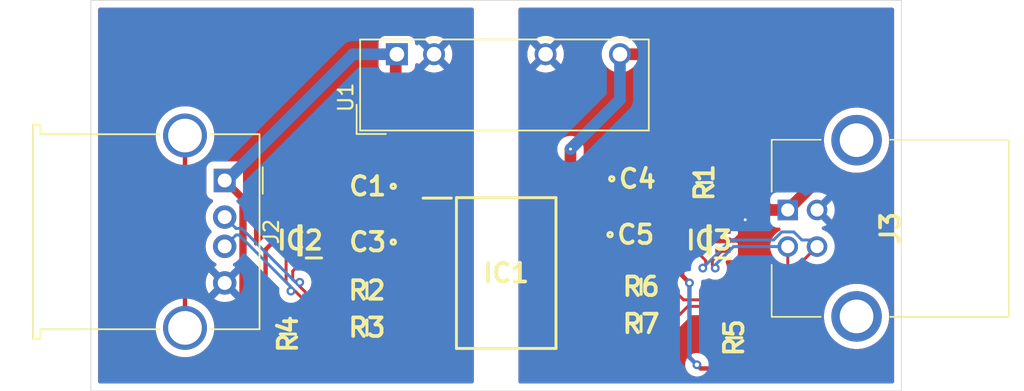
<source format=kicad_pcb>
(kicad_pcb (version 20241229) (generator "pcbnew") (generator_version "9.0")
  (layers (0 "F.Cu" signal) (2 "B.Cu" signal) (13 "F.Paste" user) (15 "B.Paste" user) (5 "F.SilkS" user "F.Silkscreen") (7 "B.SilkS" user "B.Silkscreen") (1 "F.Mask" user) (3 "B.Mask" user) (25 "Edge.Cuts" user))
  (net 0 "")
  (net 1 "VBUS")
  (net 2 "GND")
  (net 3 "Net-(IC1-PDEN)")
  (net 4 "GNDS")
  (net 5 "Net-(IC1-SPD)")
  (net 6 "U_D-")
  (net 7 "U_D+")
  (net 8 "D_D-")
  (net 9 "Net-(IC1-PIN)")
  (net 10 "D_D+")
  (net 11 "VBUS2")
  (net 13 "UD-")
  (net 14 "Net-(IC2-VP)")
  (net 16 "UD+")
  (net 17 "DD-")
  (net 18 "Net-(IC3-VP)")
  (net 20 "DD+")
  (net 22 "unconnected-(J2-Shield-Pad5)")
  (footprint "Converter_DCDC:Converter_DCDC_TRACO_TEA1-xxxxHI_THT" (layer "F.Cu") (at 164.4165 57.2735 90)
    (property "Reference" "U1" (at -2.95 -3.49 90) (layer "F.SilkS"))
    (property "Value" "TEA1-0505HI")
    (fp_line (start -5.45 -2.75) (end -3.45 -2.75) (stroke (width 0.12)) (layer "F.SilkS"))
    (fp_line (start 1.01 -2.51) (end 1.01 17.21) (stroke (width 0.12)) (layer "F.SilkS"))
    (fp_line (start -5.21 -2.51) (end 1.01 -2.51) (stroke (width 0.12)) (layer "F.SilkS"))
    (fp_line (start -5.21 -2.51) (end -5.21 17.21) (stroke (width 0.12)) (layer "F.SilkS"))
    (fp_line (start -5.45 -0.75) (end -5.45 -2.75) (stroke (width 0.12)) (layer "F.SilkS"))
    (fp_line (start -5.21 17.21) (end 1.01 17.21) (stroke (width 0.12)) (layer "F.SilkS"))
    (pad "1" thru_hole rect (at 0 0 90) (size 1.5 1.5) (drill 1) (layers "*.Cu" "*.Mask") (net 1 "VBUS"))
    (pad "2" thru_hole circle (at 0 2.54 90) (size 1.5 1.5) (drill 1) (layers "*.Cu" "*.Mask") (net 2 "GND"))
    (pad "5" thru_hole circle (at 0 10.16 90) (size 1.5 1.5) (drill 1) (layers "*.Cu" "*.Mask") (net 4 "GNDS"))
    (pad "7" thru_hole circle (at 0 15.24 90) (size 1.5 1.5) (drill 1) (layers "*.Cu" "*.Mask") (net 11 "VBUS2"))
  )
  (footprint "SamacSys_Parts:RESC2012X55N" (layer "F.Cu") (at 185.42 66.04 -90)
    (property "Reference" "R1" (at 0 0 90) (layer "F.SilkS") (effects (font (size 1.27 1.27) (thickness 0.254))))
    (property "Value" "10kohm" (hide yes))
    (fp_line (start 0 -0.525) (end 0 0.525) (stroke (width 0.2)) (layer "F.SilkS"))
    (pad "1" smd rect (at -0.95 0 270) (size 0.9 1.45) (layers "F.Cu" "F.Mask" "F.Paste") (net 5 "Net-(IC1-SPD)"))
    (pad "2" smd rect (at 0.95 0 270) (size 0.9 1.45) (layers "F.Cu" "F.Mask" "F.Paste") (net 9 "Net-(IC1-PIN)"))
  )
  (footprint "SamacSys_Parts:C0805" (layer "F.Cu") (at 162.422 70.104 180)
    (property "Reference" "C3" (at 0 0 0) (layer "F.SilkS") (effects (font (size 1.27 1.27) (thickness 0.254))))
    (property "Value" "0.1uF" (hide yes))
    (fp_circle (center -1.75 0) (end -1.75 0.05) (stroke (width 0.2)) (fill no) (layer "F.SilkS"))
    (pad "1" smd rect (at -0.9 0 180) (size 1.15 1.45) (layers "F.Cu" "F.Mask" "F.Paste") (net 3 "Net-(IC1-PDEN)"))
    (pad "2" smd rect (at 0.9 0 180) (size 1.15 1.45) (layers "F.Cu" "F.Mask" "F.Paste") (net 2 "GND"))
  )
  (footprint "SamacSys_Parts:C0805" (layer "F.Cu") (at 180.848 65.786)
    (property "Reference" "C4" (at 0 0 0) (layer "F.SilkS") (effects (font (size 1.27 1.27) (thickness 0.254))))
    (property "Value" "0.1uF" (hide yes))
    (fp_circle (center -1.75 0) (end -1.75 0.05) (stroke (width 0.2)) (fill no) (layer "F.SilkS"))
    (pad "1" smd rect (at -0.9 0) (size 1.15 1.45) (layers "F.Cu" "F.Mask" "F.Paste") (net 4 "GNDS"))
    (pad "2" smd rect (at 0.9 0) (size 1.15 1.45) (layers "F.Cu" "F.Mask" "F.Paste") (net 5 "Net-(IC1-SPD)"))
  )
  (footprint "SamacSys_Parts:RESC2012X60N" (layer "F.Cu") (at 162.372 73.406)
    (property "Reference" "R2" (at 0 0 0) (layer "F.SilkS") (effects (font (size 1.27 1.27) (thickness 0.254))))
    (property "Value" "24" (hide yes))
    (fp_line (start 0 -0.525) (end 0 0.525) (stroke (width 0.2)) (layer "F.SilkS"))
    (pad "1" smd rect (at -0.95 0) (size 0.95 1.4) (layers "F.Cu" "F.Mask" "F.Paste") (net 13 "UD-"))
    (pad "2" smd rect (at 0.95 0) (size 0.95 1.4) (layers "F.Cu" "F.Mask" "F.Paste") (net 6 "U_D-"))
  )
  (footprint "SamacSys_Parts:SOT65P210X110-6N" (layer "F.Cu") (at 157.8 69.992 180)
    (property "Reference" "IC2" (at 0 0 180) (layer "F.SilkS") (effects (font (size 1.27 1.27) (thickness 0.254))))
    (property "Value" "NUP2202W1T2G" (hide yes))
    (fp_line (start 0.075 1) (end -0.075 1) (stroke (width 0.2)) (layer "F.SilkS"))
    (fp_line (start 0.075 -1) (end 0.075 1) (stroke (width 0.2)) (layer "F.SilkS"))
    (fp_line (start -0.075 1) (end -0.075 -1) (stroke (width 0.2)) (layer "F.SilkS"))
    (fp_line (start -0.075 -1) (end 0.075 -1) (stroke (width 0.2)) (layer "F.SilkS"))
    (fp_line (start -1.475 -1.2) (end -0.425 -1.2) (stroke (width 0.2)) (layer "F.SilkS"))
    (pad "1" smd rect (at -0.95 -0.65 270) (size 0.4 1.05) (layers "F.Cu" "F.Mask" "F.Paste") (net 13 "UD-"))
    (pad "2" smd rect (at -0.95 0 270) (size 0.4 1.05) (layers "F.Cu" "F.Mask" "F.Paste") (net 2 "GND"))
    (pad "3" smd rect (at -0.95 0.65 270) (size 0.4 1.05) (layers "F.Cu" "F.Mask" "F.Paste"))
    (pad "4" smd rect (at 0.95 0.65 270) (size 0.4 1.05) (layers "F.Cu" "F.Mask" "F.Paste"))
    (pad "5" smd rect (at 0.95 0 270) (size 0.4 1.05) (layers "F.Cu" "F.Mask" "F.Paste") (net 14 "Net-(IC2-VP)"))
    (pad "6" smd rect (at 0.95 -0.65 270) (size 0.4 1.05) (layers "F.Cu" "F.Mask" "F.Paste") (net 16 "UD+"))
  )
  (footprint "SamacSys_Parts:RESC2012X55N" (layer "F.Cu") (at 187.452 76.642 90)
    (property "Reference" "R5" (at 0 0 90) (layer "F.SilkS") (effects (font (size 1.27 1.27) (thickness 0.254))))
    (property "Value" "10k" (hide yes))
    (fp_line (start 0 -0.525) (end 0 0.525) (stroke (width 0.2)) (layer "F.SilkS"))
    (pad "1" smd rect (at -0.95 0 90) (size 0.9 1.45) (layers "F.Cu" "F.Mask" "F.Paste") (net 18 "Net-(IC3-VP)"))
    (pad "2" smd rect (at 0.95 0 90) (size 0.9 1.45) (layers "F.Cu" "F.Mask" "F.Paste") (net 11 "VBUS2"))
  )
  (footprint "SamacSys_Parts:RESC2012X60N" (layer "F.Cu") (at 181.102 73.152)
    (property "Reference" "R6" (at 0 0 0) (layer "F.SilkS") (effects (font (size 1.27 1.27) (thickness 0.254))))
    (property "Value" "24" (hide yes))
    (fp_line (start 0 -0.525) (end 0 0.525) (stroke (width 0.2)) (layer "F.SilkS"))
    (pad "1" smd rect (at -0.95 0) (size 0.95 1.4) (layers "F.Cu" "F.Mask" "F.Paste") (net 8 "D_D-"))
    (pad "2" smd rect (at 0.95 0) (size 0.95 1.4) (layers "F.Cu" "F.Mask" "F.Paste") (net 17 "DD-"))
  )
  (footprint "SamacSys_Parts:RESC2012X60N" (layer "F.Cu") (at 181.102 75.692)
    (property "Reference" "R7" (at 0 0 0) (layer "F.SilkS") (effects (font (size 1.27 1.27) (thickness 0.254))))
    (property "Value" "24" (hide yes))
    (fp_line (start 0 -0.525) (end 0 0.525) (stroke (width 0.2)) (layer "F.SilkS"))
    (pad "1" smd rect (at -0.95 0) (size 0.95 1.4) (layers "F.Cu" "F.Mask" "F.Paste") (net 10 "D_D+"))
    (pad "2" smd rect (at 0.95 0) (size 0.95 1.4) (layers "F.Cu" "F.Mask" "F.Paste") (net 20 "DD+"))
  )
  (footprint "SamacSys_Parts:RESC2012X55N" (layer "F.Cu") (at 156.972 76.388 -90)
    (property "Reference" "R4" (at 0 0 270) (layer "F.SilkS") (effects (font (size 1.27 1.27) (thickness 0.254))))
    (property "Value" "10k" (hide yes))
    (fp_line (start 0 -0.525) (end 0 0.525) (stroke (width 0.2)) (layer "F.SilkS"))
    (pad "1" smd rect (at -0.95 0 270) (size 0.9 1.45) (layers "F.Cu" "F.Mask" "F.Paste") (net 14 "Net-(IC2-VP)"))
    (pad "2" smd rect (at 0.95 0 270) (size 0.9 1.45) (layers "F.Cu" "F.Mask" "F.Paste") (net 1 "VBUS"))
  )
  (footprint "SamacSys_Parts:RESC2012X60N" (layer "F.Cu") (at 162.372 75.946)
    (property "Reference" "R3" (at 0 0 0) (layer "F.SilkS") (effects (font (size 1.27 1.27) (thickness 0.254))))
    (property "Value" "24" (hide yes))
    (fp_line (start 0 -0.525) (end 0 0.525) (stroke (width 0.2)) (layer "F.SilkS"))
    (pad "1" smd rect (at -0.95 0) (size 0.95 1.4) (layers "F.Cu" "F.Mask" "F.Paste") (net 16 "UD+"))
    (pad "2" smd rect (at 0.95 0) (size 0.95 1.4) (layers "F.Cu" "F.Mask" "F.Paste") (net 7 "U_D+"))
  )
  (footprint "SamacSys_Parts:SOT65P210X110-6N" (layer "F.Cu") (at 185.74 69.992 180)
    (property "Reference" "IC3" (at 0 0 180) (layer "F.SilkS") (effects (font (size 1.27 1.27) (thickness 0.254))))
    (property "Value" "NUP2202W1T2G" (hide yes))
    (fp_line (start 0.075 1) (end -0.075 1) (stroke (width 0.2)) (layer "F.SilkS"))
    (fp_line (start 0.075 -1) (end 0.075 1) (stroke (width 0.2)) (layer "F.SilkS"))
    (fp_line (start -0.075 1) (end -0.075 -1) (stroke (width 0.2)) (layer "F.SilkS"))
    (fp_line (start -0.075 -1) (end 0.075 -1) (stroke (width 0.2)) (layer "F.SilkS"))
    (fp_line (start -1.475 -1.2) (end -0.425 -1.2) (stroke (width 0.2)) (layer "F.SilkS"))
    (pad "1" smd rect (at -0.95 -0.65 270) (size 0.4 1.05) (layers "F.Cu" "F.Mask" "F.Paste") (net 17 "DD-"))
    (pad "2" smd rect (at -0.95 0 270) (size 0.4 1.05) (layers "F.Cu" "F.Mask" "F.Paste") (net 4 "GNDS"))
    (pad "3" smd rect (at -0.95 0.65 270) (size 0.4 1.05) (layers "F.Cu" "F.Mask" "F.Paste"))
    (pad "4" smd rect (at 0.95 0.65 270) (size 0.4 1.05) (layers "F.Cu" "F.Mask" "F.Paste"))
    (pad "5" smd rect (at 0.95 0 270) (size 0.4 1.05) (layers "F.Cu" "F.Mask" "F.Paste") (net 18 "Net-(IC3-VP)"))
    (pad "6" smd rect (at 0.95 -0.65 270) (size 0.4 1.05) (layers "F.Cu" "F.Mask" "F.Paste") (net 20 "DD+"))
  )
  (footprint "SamacSys_Parts:USBBSFBTHR" (layer "F.Cu") (at 191.12 67.914 90)
    (property "Reference" "J3" (at -1.25 7 90) (layer "F.SilkS") (effects (font (size 1.27 1.27) (thickness 0.254))))
    (property "Value" "USB-B-S-F-B-TH-R" (hide yes))
    (fp_line (start 4.8 -1.1) (end 4.8 -1.1) (stroke (width 0.1)) (layer "F.SilkS"))
    (fp_line (start 4.8 -1.1) (end 4.8 -1.1) (stroke (width 0.1)) (layer "F.SilkS"))
    (fp_line (start 4.8 -1.1) (end 1.25 -1.1) (stroke (width 0.1)) (layer "F.SilkS"))
    (fp_line (start 4.8 -1.1) (end 4.8 2.25) (stroke (width 0.1)) (layer "F.SilkS"))
    (fp_line (start 1.25 -1.1) (end 4.8 -1.1) (stroke (width 0.1)) (layer "F.SilkS"))
    (fp_line (start 1.25 -1.1) (end 1.25 -1.1) (stroke (width 0.1)) (layer "F.SilkS"))
    (fp_line (start -3.75 -1.1) (end -3.75 -1.1) (stroke (width 0.1)) (layer "F.SilkS"))
    (fp_line (start -3.75 -1.1) (end -7.3 -1.1) (stroke (width 0.1)) (layer "F.SilkS"))
    (fp_line (start -7.3 -1.1) (end -3.75 -1.1) (stroke (width 0.1)) (layer "F.SilkS"))
    (fp_line (start -7.3 -1.1) (end -7.3 -1.1) (stroke (width 0.1)) (layer "F.SilkS"))
    (fp_line (start -7.3 -1.1) (end -7.3 -1.1) (stroke (width 0.1)) (layer "F.SilkS"))
    (fp_line (start -7.3 -1.1) (end -7.3 2.25) (stroke (width 0.1)) (layer "F.SilkS"))
    (fp_line (start 4.8 2.25) (end 4.8 -1.1) (stroke (width 0.1)) (layer "F.SilkS"))
    (fp_line (start 4.8 2.25) (end 4.8 2.25) (stroke (width 0.1)) (layer "F.SilkS"))
    (fp_line (start -7.3 2.25) (end -7.3 -1.1) (stroke (width 0.1)) (layer "F.SilkS"))
    (fp_line (start -7.3 2.25) (end -7.3 2.25) (stroke (width 0.1)) (layer "F.SilkS"))
    (fp_line (start 4.8 7) (end 4.8 7) (stroke (width 0.1)) (layer "F.SilkS"))
    (fp_line (start 4.8 7) (end 4.8 15.1) (stroke (width 0.1)) (layer "F.SilkS"))
    (fp_line (start -7.3 7) (end -7.3 7) (stroke (width 0.1)) (layer "F.SilkS"))
    (fp_line (start -7.3 7) (end -7.3 15.1) (stroke (width 0.1)) (layer "F.SilkS"))
    (fp_line (start 4.8 15.1) (end 4.8 7) (stroke (width 0.1)) (layer "F.SilkS"))
    (fp_line (start 4.8 15.1) (end 4.8 15.1) (stroke (width 0.1)) (layer "F.SilkS"))
    (fp_line (start 4.8 15.1) (end 4.8 15.1) (stroke (width 0.1)) (layer "F.SilkS"))
    (fp_line (start 4.8 15.1) (end -7.3 15.1) (stroke (width 0.1)) (layer "F.SilkS"))
    (fp_line (start -7.3 15.1) (end -7.3 7) (stroke (width 0.1)) (layer "F.SilkS"))
    (fp_line (start -7.3 15.1) (end 4.8 15.1) (stroke (width 0.1)) (layer "F.SilkS"))
    (fp_line (start -7.3 15.1) (end -7.3 15.1) (stroke (width 0.1)) (layer "F.SilkS"))
    (fp_line (start -7.3 15.1) (end -7.3 15.1) (stroke (width 0.1)) (layer "F.SilkS"))
    (pad "1" thru_hole rect (at 0 0 90) (size 1.4 1.4) (drill 0.9) (layers "*.Cu" "*.Mask") (net 11 "VBUS2"))
    (pad "2" thru_hole circle (at -2.5 0 90) (size 1.4 1.4) (drill 0.9) (layers "*.Cu" "*.Mask") (net 17 "DD-"))
    (pad "3" thru_hole circle (at -2.5 2 90) (size 1.4 1.4) (drill 0.9) (layers "*.Cu" "*.Mask") (net 20 "DD+"))
    (pad "4" thru_hole circle (at 0 2 90) (size 1.4 1.4) (drill 0.9) (layers "*.Cu" "*.Mask") (net 4 "GNDS"))
    (pad "MH1" thru_hole circle (at 4.77 4.7 90) (size 3.45 3.45) (drill 2.3) (layers "*.Cu" "*.Mask"))
    (pad "MH2" thru_hole circle (at -7.27 4.7 90) (size 3.45 3.45) (drill 2.3) (layers "*.Cu" "*.Mask"))
  )
  (footprint "SamacSys_Parts:C0805" (layer "F.Cu") (at 162.422 66.294 180)
    (property "Reference" "C1" (at 0 0 0) (layer "F.SilkS") (effects (font (size 1.27 1.27) (thickness 0.254))))
    (property "Value" "0.1uF" (hide yes))
    (fp_circle (center -1.75 0) (end -1.75 0.05) (stroke (width 0.2)) (fill no) (layer "F.SilkS"))
    (pad "1" smd rect (at -0.9 0 180) (size 1.15 1.45) (layers "F.Cu" "F.Mask" "F.Paste") (net 1 "VBUS"))
    (pad "2" smd rect (at 0.9 0 180) (size 1.15 1.45) (layers "F.Cu" "F.Mask" "F.Paste") (net 2 "GND"))
  )
  (footprint "SamacSys_Parts:C0805" (layer "F.Cu") (at 180.732 69.596)
    (property "Reference" "C5" (at 0 0 0) (layer "F.SilkS") (effects (font (size 1.27 1.27) (thickness 0.254))))
    (property "Value" "0.1uF" (hide yes))
    (fp_circle (center -1.75 0) (end -1.75 0.05) (stroke (width 0.2)) (fill no) (layer "F.SilkS"))
    (pad "1" smd rect (at -0.9 0) (size 1.15 1.45) (layers "F.Cu" "F.Mask" "F.Paste") (net 4 "GNDS"))
    (pad "2" smd rect (at 0.9 0) (size 1.15 1.45) (layers "F.Cu" "F.Mask" "F.Paste") (net 5 "Net-(IC1-SPD)"))
  )
  (footprint "SamacSys_Parts:SOIC127P1032X265-16N" (layer "F.Cu") (at 171.886 72.222)
    (property "Reference" "IC1" (at 0 0 0) (layer "F.SilkS") (effects (font (size 1.27 1.27) (thickness 0.254))))
    (property "Value" "ADUM3160BRWZ-RL" (hide yes))
    (fp_line (start -5.675 -5.12) (end -3.75 -5.12) (stroke (width 0.2)) (layer "F.SilkS"))
    (fp_line (start -3.4 -5.15) (end 3.4 -5.15) (stroke (width 0.2)) (layer "F.SilkS"))
    (fp_line (start -3.4 5.15) (end -3.4 -5.15) (stroke (width 0.2)) (layer "F.SilkS"))
    (fp_line (start 3.4 -5.15) (end 3.4 5.15) (stroke (width 0.2)) (layer "F.SilkS"))
    (fp_line (start 3.4 5.15) (end -3.4 5.15) (stroke (width 0.2)) (layer "F.SilkS"))
    (pad "1" smd rect (at -4.712 -4.445 90) (size 0.65 1.925) (layers "F.Cu" "F.Mask" "F.Paste") (net 1 "VBUS"))
    (pad "2" smd rect (at -4.712 -3.175 90) (size 0.65 1.925) (layers "F.Cu" "F.Mask" "F.Paste") (net 2 "GND"))
    (pad "3" smd rect (at -4.712 -1.905 90) (size 0.65 1.925) (layers "F.Cu" "F.Mask" "F.Paste") (net 3 "Net-(IC1-PDEN)"))
    (pad "4" smd rect (at -4.712 -0.635 90) (size 0.65 1.925) (layers "F.Cu" "F.Mask" "F.Paste") (net 3 "Net-(IC1-PDEN)"))
    (pad "5" smd rect (at -4.712 0.635 90) (size 0.65 1.925) (layers "F.Cu" "F.Mask" "F.Paste") (net 2 "GND"))
    (pad "6" smd rect (at -4.712 1.905 90) (size 0.65 1.925) (layers "F.Cu" "F.Mask" "F.Paste") (net 6 "U_D-"))
    (pad "7" smd rect (at -4.712 3.175 90) (size 0.65 1.925) (layers "F.Cu" "F.Mask" "F.Paste") (net 7 "U_D+"))
    (pad "8" smd rect (at -4.712 4.445 90) (size 0.65 1.925) (layers "F.Cu" "F.Mask" "F.Paste") (net 2 "GND"))
    (pad "9" smd rect (at 4.712 4.445 90) (size 0.65 1.925) (layers "F.Cu" "F.Mask" "F.Paste") (net 4 "GNDS"))
    (pad "10" smd rect (at 4.712 3.175 90) (size 0.65 1.925) (layers "F.Cu" "F.Mask" "F.Paste") (net 10 "D_D+"))
    (pad "11" smd rect (at 4.712 1.905 90) (size 0.65 1.925) (layers "F.Cu" "F.Mask" "F.Paste") (net 8 "D_D-"))
    (pad "12" smd rect (at 4.712 0.635 90) (size 0.65 1.925) (layers "F.Cu" "F.Mask" "F.Paste") (net 9 "Net-(IC1-PIN)"))
    (pad "13" smd rect (at 4.712 -0.635 90) (size 0.65 1.925) (layers "F.Cu" "F.Mask" "F.Paste") (net 5 "Net-(IC1-SPD)"))
    (pad "14" smd rect (at 4.712 -1.905 90) (size 0.65 1.925) (layers "F.Cu" "F.Mask" "F.Paste") (net 5 "Net-(IC1-SPD)"))
    (pad "15" smd rect (at 4.712 -3.175 90) (size 0.65 1.925) (layers "F.Cu" "F.Mask" "F.Paste") (net 4 "GNDS"))
    (pad "16" smd rect (at 4.712 -4.445 90) (size 0.65 1.925) (layers "F.Cu" "F.Mask" "F.Paste") (net 11 "VBUS2"))
  )
  (footprint "Connector_USB:USB_A_Molex_67643_Horizontal" (layer "F.Cu") (at 152.654 65.898 -90)
    (property "Reference" "J2" (at 3.5 -3.19 90) (layer "F.SilkS"))
    (property "Value" "USB_A")
    (fp_line (start -3.81 13.1) (end 10.81 13.1) (stroke (width 0.12)) (layer "F.SilkS"))
    (fp_line (start 10.81 13.1) (end 10.81 12.58) (stroke (width 0.12)) (layer "F.SilkS"))
    (fp_line (start -3.81 12.58) (end -3.81 13.1) (stroke (width 0.12)) (layer "F.SilkS"))
    (fp_line (start -3.16 12.58) (end -3.81 12.58) (stroke (width 0.12)) (layer "F.SilkS"))
    (fp_line (start -3.16 12.58) (end -3.16 4.47) (stroke (width 0.12)) (layer "F.SilkS"))
    (fp_line (start 10.81 12.58) (end 10.16 12.58) (stroke (width 0.12)) (layer "F.SilkS"))
    (fp_line (start 10.16 4.47) (end 10.16 12.58) (stroke (width 0.12)) (layer "F.SilkS"))
    (fp_line (start -3.16 -2.38) (end -3.16 0.95) (stroke (width 0.12)) (layer "F.SilkS"))
    (fp_line (start -3.16 -2.38) (end 10.16 -2.38) (stroke (width 0.12)) (layer "F.SilkS"))
    (fp_line (start 10.16 -2.38) (end 10.16 0.95) (stroke (width 0.12)) (layer "F.SilkS"))
    (fp_line (start -0.9 -2.6) (end 0.9 -2.6) (stroke (width 0.12)) (layer "F.SilkS"))
    (pad "1" thru_hole rect (at 0 0 270) (size 1.6 1.5) (drill 0.95) (layers "*.Cu" "*.Mask") (net 1 "VBUS"))
    (pad "2" thru_hole circle (at 2.5 0 270) (size 1.6 1.6) (drill 0.95) (layers "*.Cu" "*.Mask") (net 13 "UD-"))
    (pad "3" thru_hole circle (at 4.5 0 270) (size 1.6 1.6) (drill 0.95) (layers "*.Cu" "*.Mask") (net 16 "UD+"))
    (pad "4" thru_hole circle (at 7 0 270) (size 1.6 1.6) (drill 0.95) (layers "*.Cu" "*.Mask") (net 2 "GND"))
    (pad "5" thru_hole circle (at -3.07 2.71 270) (size 3 3) (drill 2.3) (layers "*.Cu" "*.Mask") (net 22 "unconnected-(J2-Shield-Pad5)"))
    (pad "5" thru_hole circle (at 10.07 2.71 270) (size 3 3) (drill 2.3) (layers "*.Cu" "*.Mask") (net 22 "unconnected-(J2-Shield-Pad5)"))
  )
  (gr_rect (start 143.51 53.594) (end 198.882 80.264) (stroke (width 0.05)) (fill no) (layer "Edge.Cuts"))
  (segment (start 156.972 77.338) (end 153.905 74.271) (width 0.5) (layer "F.Cu") (net 1))
  (segment (start 153.905 67.149) (end 152.654 65.898) (width 0.5) (layer "F.Cu") (net 1))
  (segment (start 153.905 74.271) (end 153.905 67.149) (width 0.5) (layer "F.Cu") (net 1))
  (segment (start 163.789 67.777) (end 163.322 67.31) (width 0.5) (layer "F.Cu") (net 1))
  (segment (start 163.322 66.294) (end 164.338 65.278) (width 0.8) (layer "F.Cu") (net 1))
  (segment (start 164.338 57.352) (end 164.4165 57.2735) (width 0.8) (layer "F.Cu") (net 1))
  (segment (start 167.174 67.777) (end 163.789 67.777) (width 0.5) (layer "F.Cu") (net 1))
  (segment (start 163.322 67.31) (end 163.322 66.294) (width 0.5) (layer "F.Cu") (net 1))
  (segment (start 164.338 65.278) (end 164.338 57.352) (width 0.8) (layer "F.Cu") (net 1))
  (segment (start 161.4205 57.2735) (end 164.4165 57.2735) (width 0.8) (layer "B.Cu") (net 1))
  (segment (start 152.654 65.898) (end 152.796 65.898) (width 0.8) (layer "B.Cu") (net 1))
  (segment (start 152.796 65.898) (end 161.4205 57.2735) (width 0.8) (layer "B.Cu") (net 1))
  (segment (start 161.41 69.992) (end 161.522 70.104) (width 0.5) (layer "F.Cu") (net 2))
  (segment (start 158.75 69.992) (end 161.41 69.992) (width 0.5) (layer "F.Cu") (net 2))
  (segment (start 167.174 71.587) (end 167.174 70.317) (width 0.5) (layer "F.Cu") (net 3))
  (segment (start 166.961 70.104) (end 167.174 70.317) (width 0.5) (layer "F.Cu") (net 3))
  (segment (start 163.322 70.104) (end 166.961 70.104) (width 0.5) (layer "F.Cu") (net 3))
  (segment (start 186.69 69.992) (end 187.515 69.992) (width 0.3) (layer "F.Cu") (net 4))
  (segment (start 188.214 69.293) (end 188.214 68.58) (width 0.3) (layer "F.Cu") (net 4))
  (segment (start 187.515 69.992) (end 188.214 69.293) (width 0.3) (layer "F.Cu") (net 4))
  (via (at 188.214 68.58) (size 0.3) (drill 0.2) (layers "F.Cu" "B.Cu") (net 4))
  (segment (start 181.632 70.082) (end 181.632 69.596) (width 0.5) (layer "F.Cu") (net 5))
  (segment (start 177.053 70.772) (end 180.942 70.772) (width 0.5) (layer "F.Cu") (net 5))
  (segment (start 176.598 70.317) (end 176.598 71.587) (width 0.5) (layer "F.Cu") (net 5))
  (segment (start 182.444 65.09) (end 181.748 65.786) (width 0.5) (layer "F.Cu") (net 5))
  (segment (start 180.942 70.772) (end 181.632 70.082) (width 0.5) (layer "F.Cu") (net 5))
  (segment (start 181.748 65.786) (end 181.748 69.48) (width 0.5) (layer "F.Cu") (net 5))
  (segment (start 181.748 69.48) (end 181.632 69.596) (width 0.5) (layer "F.Cu") (net 5))
  (segment (start 185.42 65.09) (end 182.444 65.09) (width 0.5) (layer "F.Cu") (net 5))
  (segment (start 176.598 70.317) (end 177.053 70.772) (width 0.5) (layer "F.Cu") (net 5))
  (segment (start 165.819397 73.406) (end 166.540397 74.127) (width 0.2) (layer "F.Cu") (net 6))
  (segment (start 163.322 73.406) (end 165.819397 73.406) (width 0.2) (layer "F.Cu") (net 6))
  (segment (start 166.540397 74.127) (end 167.174 74.127) (width 0.2) (layer "F.Cu") (net 6))
  (segment (start 165.411999 73.856001) (end 165.633001 73.856001) (width 0.2) (layer "F.Cu") (net 7))
  (segment (start 165.9105 74.753) (end 166.53 74.753) (width 0.2) (layer "F.Cu") (net 7))
  (segment (start 163.322 75.946) (end 165.411999 73.856001) (width 0.2) (layer "F.Cu") (net 7))
  (segment (start 166.53 74.753) (end 167.174 75.397) (width 0.2) (layer "F.Cu") (net 7))
  (segment (start 165.633001 73.856001) (end 165.9105 74.1335) (width 0.2) (layer "F.Cu") (net 7))
  (segment (start 165.9105 74.1335) (end 165.9105 74.753) (width 0.2) (layer "F.Cu") (net 7))
  (segment (start 166.540397 75.397) (end 167.174 75.397) (width 0.2) (layer "F.Cu") (net 7))
  (segment (start 177.242 74.771) (end 176.598 74.127) (width 0.2) (layer "F.Cu") (net 8))
  (segment (start 177.8615 75.241999) (end 177.8615 74.771) (width 0.2) (layer "F.Cu") (net 8))
  (segment (start 178.062001 75.241999) (end 177.8615 75.241999) (width 0.2) (layer "F.Cu") (net 8))
  (segment (start 180.152 73.152) (end 178.062001 75.241999) (width 0.2) (layer "F.Cu") (net 8))
  (segment (start 177.8615 74.771) (end 177.242 74.771) (width 0.2) (layer "F.Cu") (net 8))
  (segment (start 183.134 70.866) (end 183.134 69.276) (width 0.5) (layer "F.Cu") (net 9))
  (segment (start 182.118 71.882) (end 183.134 70.866) (width 0.5) (layer "F.Cu") (net 9))
  (segment (start 177.841 72.857) (end 178.816 71.882) (width 0.5) (layer "F.Cu") (net 9))
  (segment (start 183.134 69.276) (end 185.42 66.99) (width 0.5) (layer "F.Cu") (net 9))
  (segment (start 176.598 72.857) (end 177.841 72.857) (width 0.5) (layer "F.Cu") (net 9))
  (segment (start 178.816 71.882) (end 182.118 71.882) (width 0.5) (layer "F.Cu") (net 9))
  (segment (start 177.231603 75.397) (end 176.598 75.397) (width 0.2) (layer "F.Cu") (net 10))
  (segment (start 177.526603 75.692) (end 177.231603 75.397) (width 0.2) (layer "F.Cu") (net 10))
  (segment (start 180.152 75.692) (end 177.526603 75.692) (width 0.2) (layer "F.Cu") (net 10))
  (segment (start 194.078946 66.294) (end 194.818 67.033054) (width 0.8) (layer "F.Cu") (net 11))
  (segment (start 189.23 67.31) (end 189.834 67.914) (width 0.8) (layer "F.Cu") (net 11))
  (segment (start 191.12 67.914) (end 192.74 66.294) (width 0.8) (layer "F.Cu") (net 11))
  (segment (start 192.74 66.294) (end 194.078946 66.294) (width 0.8) (layer "F.Cu") (net 11))
  (segment (start 179.6565 57.2735) (end 181.7335 57.2735) (width 0.8) (layer "F.Cu") (net 11))
  (segment (start 194.818 67.033054) (end 194.818 71.628) (width 0.8) (layer "F.Cu") (net 11))
  (segment (start 194.818 71.628) (end 190.754 75.692) (width 0.8) (layer "F.Cu") (net 11))
  (segment (start 181.7335 57.2735) (end 189.23 64.77) (width 0.8) (layer "F.Cu") (net 11))
  (segment (start 176.276 63.754) (end 176.276 67.455) (width 0.8) (layer "F.Cu") (net 11))
  (segment (start 190.754 75.692) (end 187.452 75.692) (width 0.8) (layer "F.Cu") (net 11))
  (segment (start 189.23 64.77) (end 189.23 67.31) (width 0.8) (layer "F.Cu") (net 11))
  (segment (start 189.834 67.914) (end 191.12 67.914) (width 0.8) (layer "F.Cu") (net 11))
  (via (at 176.276 63.754) (size 0.3) (drill 0.2) (layers "F.Cu" "B.Cu") (net 11))
  (segment (start 179.6565 60.3735) (end 176.276 63.754) (width 0.8) (layer "B.Cu") (net 11))
  (segment (start 179.6565 57.2735) (end 179.6565 60.3735) (width 0.8) (layer "B.Cu") (net 11))
  (segment (start 157.300001 72.653802) (end 157.497678 72.851479) (width 0.2) (layer "F.Cu") (net 13))
  (segment (start 160.371999 73.406) (end 161.422 73.406) (width 0.2) (layer "F.Cu") (net 13))
  (segment (start 157.300001 72.091999) (end 157.300001 72.653802) (width 0.2) (layer "F.Cu") (net 13))
  (segment (start 152.654 68.088) (end 153.104 68.538) (width 0.2) (layer "F.Cu") (net 13))
  (segment (start 159.326999 74.451) (end 160.371999 73.406) (width 0.2) (layer "F.Cu") (net 13))
  (segment (start 158.75 70.642) (end 157.300001 72.091999) (width 0.2) (layer "F.Cu") (net 13))
  (segment (start 159.097199 74.451) (end 159.326999 74.451) (width 0.2) (layer "F.Cu") (net 13))
  (segment (start 157.497678 72.851479) (end 157.780521 72.851479) (width 0.2) (layer "F.Cu") (net 13))
  (segment (start 157.780521 73.134322) (end 159.097199 74.451) (width 0.2) (layer "F.Cu") (net 13))
  (segment (start 157.780521 72.851479) (end 157.780521 73.134322) (width 0.2) (layer "F.Cu") (net 13))
  (via (at 157.780521 72.851479) (size 0.6) (drill 0.3) (layers "F.Cu" "B.Cu") (net 13))
  (segment (start 157.497678 72.851479) (end 157.780521 72.851479) (width 0.2) (layer "B.Cu") (net 13))
  (segment (start 153.819198 69.172999) (end 157.497678 72.851479) (width 0.2) (layer "B.Cu") (net 13))
  (segment (start 152.654 68.398) (end 153.428999 69.172999) (width 0.2) (layer "B.Cu") (net 13))
  (segment (start 153.428999 69.172999) (end 153.819198 69.172999) (width 0.2) (layer "B.Cu") (net 13))
  (segment (start 155.448 73.914) (end 156.972 75.438) (width 0.3) (layer "F.Cu") (net 14))
  (segment (start 155.448 70.617) (end 155.448 73.914) (width 0.3) (layer "F.Cu") (net 14))
  (segment (start 156.85 69.992) (end 156.073 69.992) (width 0.3) (layer "F.Cu") (net 14))
  (segment (start 156.073 69.992) (end 155.448 70.617) (width 0.3) (layer "F.Cu") (net 14))
  (segment (start 160.371999 75.946) (end 161.422 75.946) (width 0.2) (layer "F.Cu") (net 16))
  (segment (start 156.85 70.642) (end 156.85 72.840199) (width 0.2) (layer "F.Cu") (net 16))
  (segment (start 157.179479 73.169678) (end 157.179479 73.452521) (width 0.2) (layer "F.Cu") (net 16))
  (segment (start 158.910801 74.901) (end 159.326999 74.901) (width 0.2) (layer "F.Cu") (net 16))
  (segment (start 157.462322 73.452521) (end 158.910801 74.901) (width 0.2) (layer "F.Cu") (net 16))
  (segment (start 159.326999 74.901) (end 160.371999 75.946) (width 0.2) (layer "F.Cu") (net 16))
  (segment (start 157.179479 73.452521) (end 157.462322 73.452521) (width 0.2) (layer "F.Cu") (net 16))
  (segment (start 156.85 72.840199) (end 157.179479 73.169678) (width 0.2) (layer "F.Cu") (net 16))
  (via (at 157.179479 73.452521) (size 0.6) (drill 0.3) (layers "F.Cu" "B.Cu") (net 16))
  (segment (start 152.654 70.398) (end 153.428999 69.623001) (width 0.2) (layer "B.Cu") (net 16))
  (segment (start 153.632802 69.623001) (end 157.179479 73.169678) (width 0.2) (layer "B.Cu") (net 16))
  (segment (start 153.428999 69.623001) (end 153.632802 69.623001) (width 0.2) (layer "B.Cu") (net 16))
  (segment (start 157.179479 73.169678) (end 157.179479 73.452521) (width 0.2) (layer "B.Cu") (net 16))
  (segment (start 188.848583 74.04902) (end 183.999021 74.04902) (width 0.2) (layer "F.Cu") (net 17))
  (segment (start 185.965001 71.366999) (end 185.965001 71.682001) (width 0.2) (layer "F.Cu") (net 17))
  (segment (start 191.12 70.414) (end 191.12 71.777603) (width 0.2) (layer "F.Cu") (net 17))
  (segment (start 183.102001 73.152) (end 182.052 73.152) (width 0.2) (layer "F.Cu") (net 17))
  (segment (start 183.999021 74.04902) (end 183.102001 73.152) (width 0.2) (layer "F.Cu") (net 17))
  (segment (start 191.12 71.777603) (end 188.848583 74.04902) (width 0.2) (layer "F.Cu") (net 17))
  (segment (start 185.965001 71.682001) (end 186.165 71.882) (width 0.2) (layer "F.Cu") (net 17))
  (segment (start 186.69 70.642) (end 185.965001 71.366999) (width 0.2) (layer "F.Cu") (net 17))
  (via (at 186.165 71.882) (size 0.6) (drill 0.3) (layers "F.Cu" "B.Cu") (net 17))
  (segment (start 186.165 71.882) (end 186.165 71.668397) (width 0.2) (layer "B.Cu") (net 17))
  (segment (start 187.419397 70.414) (end 191.12 70.414) (width 0.2) (layer "B.Cu") (net 17))
  (segment (start 186.165 71.668397) (end 187.419397 70.414) (width 0.2) (layer "B.Cu") (net 17))
  (segment (start 183.914 70.091) (end 183.914 72.408) (width 0.3) (layer "F.Cu") (net 18))
  (segment (start 183.914 72.408) (end 184.404 72.898) (width 0.3) (layer "F.Cu") (net 18))
  (segment (start 186.304 78.74) (end 187.452 77.592) (width 0.3) (layer "F.Cu") (net 18))
  (segment (start 184.912 78.486) (end 185.166 78.74) (width 0.3) (layer "F.Cu") (net 18))
  (segment (start 184.79 69.992) (end 184.013 69.992) (width 0.3) (layer "F.Cu") (net 18))
  (segment (start 185.166 78.74) (end 186.304 78.74) (width 0.3) (layer "F.Cu") (net 18))
  (segment (start 184.013 69.992) (end 183.914 70.091) (width 0.3) (layer "F.Cu") (net 18))
  (via (at 184.404 72.898) (size 0.6) (drill 0.3) (layers "F.Cu" "B.Cu") (net 18))
  (via (at 184.912 78.486) (size 0.6) (drill 0.3) (layers "F.Cu" "B.Cu") (net 18))
  (segment (start 184.404 77.978) (end 184.912 78.486) (width 0.3) (layer "B.Cu") (net 18))
  (segment (start 184.404 72.898) (end 184.404 77.978) (width 0.3) (layer "B.Cu") (net 18))
  (segment (start 184.295001 74.499) (end 183.102001 75.692) (width 0.2) (layer "F.Cu") (net 20))
  (segment (start 184.79 70.642) (end 185.514999 71.366999) (width 0.2) (layer "F.Cu") (net 20))
  (segment (start 193.12 70.414) (end 189.035 74.499) (width 0.2) (layer "F.Cu") (net 20))
  (segment (start 183.102001 75.692) (end 182.052 75.692) (width 0.2) (layer "F.Cu") (net 20))
  (segment (start 189.035 74.499) (end 184.295001 74.499) (width 0.2) (layer "F.Cu") (net 20))
  (segment (start 185.514999 71.366999) (end 185.514999 71.682001) (width 0.2) (layer "F.Cu") (net 20))
  (segment (start 185.514999 71.682001) (end 185.315 71.882) (width 0.2) (layer "F.Cu") (net 20))
  (via (at 185.315 71.882) (size 0.6) (drill 0.3) (layers "F.Cu" "B.Cu") (net 20))
  (segment (start 185.315 71.882) (end 187.233 69.964) (width 0.2) (layer "B.Cu") (net 20))
  (segment (start 192.085628 69.964) (end 192.67 69.964) (width 0.2) (layer "B.Cu") (net 20))
  (segment (start 190.154372 69.964) (end 190.705372 69.413) (width 0.2) (layer "B.Cu") (net 20))
  (segment (start 192.67 69.964) (end 193.12 70.414) (width 0.2) (layer "B.Cu") (net 20))
  (segment (start 187.233 69.964) (end 190.154372 69.964) (width 0.2) (layer "B.Cu") (net 20))
  (segment (start 190.705372 69.413) (end 191.534628 69.413) (width 0.2) (layer "B.Cu") (net 20))
  (segment (start 191.534628 69.413) (end 192.085628 69.964) (width 0.2) (layer "B.Cu") (net 20))
  (segment (start 149.944 62.828) (end 149.944 75.968) (width 0.3) (layer "F.Cu") (net 22))
  (segment (start 149.468 76.134) (end 149.944 75.658) (width 0.8) (layer "F.Cu") (net 22))
  (zone (net 2) (net_name "GND") (layer "F.Cu") (connect_pads (clearance 0.5)) (min_thickness 0.25) (fill yes (thermal_gap 0.5) (thermal_bridge_width 0.5))
    (polygon (pts (xy 143.51 53.594) (xy 169.672 53.594) (xy 169.672 80.264) (xy 143.51 80.264)))
  )
  (zone (net 4) (net_name "GNDS") (layers "F.Cu" "B.Cu") (priority 2) (connect_pads (clearance 0.5)) (min_thickness 0.25) (fill yes (thermal_gap 0.5) (thermal_bridge_width 0.5))
    (polygon (pts (xy 198.882 53.594) (xy 198.882 80.264) (xy 172.72 80.264) (xy 172.72 53.594)))
  )
  (zone (net 2) (net_name "GND") (layer "B.Cu") (priority 1) (connect_pads (clearance 0.5)) (min_thickness 0.25) (fill yes (thermal_gap 0.5) (thermal_bridge_width 0.5))
    (polygon (pts (xy 143.51 53.594) (xy 169.672 53.594) (xy 169.672 80.264) (xy 143.51 80.264)))
  )
)
</source>
